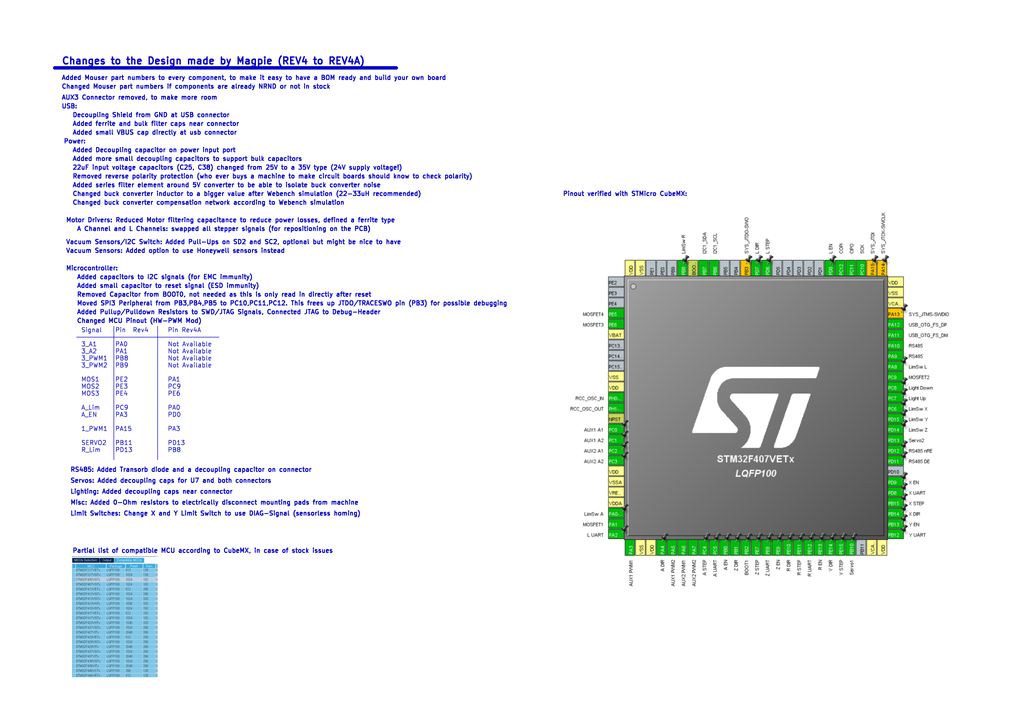
<source format=kicad_sch>
(kicad_sch (version 20211123) (generator eeschema)
  (paper "A4")
  (title_block (title "LumenPnP Motherboard") (date "2022-10-06") (rev "04A") (company "Opulo.io") (comment 1 "Reengineered by Magpie"))
  (lib_symbols)
  (polyline (pts (xy 15.875 19.685) (xy 114.935 19.685)) (stroke (width 1) (type solid)))
  (polyline (pts (xy 45.72 133.35) (xy 45.72 94.615)) (stroke (width 0) (type solid)))
  (polyline (pts (xy 22.225 97.79) (xy 63.5 97.79)) (stroke (width 0) (type solid)))
  (polyline (pts (xy 33.02 133.35) (xy 33.02 94.615)) (stroke (width 0) (type solid)))
  (image (at 33.02 179.07) (scale 0.547577))
  (image (at 220.345 116.205))
  (text "Added small capacitor to reset signal (ESD immunity)" (at 22.225 83.82 0) (effects (font (size 1.27 1.27) (thickness 0.254) bold) (justify left bottom)))
  (text "A Channel and L Channels: swapped all stepper signals (for repositioning on the PCB)\n" (at 22.225 67.31 0) (effects (font (size 1.27 1.27) bold) (justify left bottom)))
  (text "Added more small decoupling capacitors to support bulk capacitors" (at 20.955 46.99 0) (effects (font (size 1.27 1.27) (thickness 0.254) bold) (justify left bottom)))
  (text "Partial list of compatible MCU according to CubeMX, in case of stock issues" (at 20.955 160.655 0) (effects (font (size 1.27 1.27) (thickness 0.254) bold) (justify left bottom)))
  (text "Changed MCU Pinout (HW-PWM Mod)" (at 22.225 93.98 0) (effects (font (size 1.27 1.27) (thickness 0.254) bold) (justify left bottom)))
  (text "Power:" (at 18.415 41.91 0) (effects (font (size 1.27 1.27) bold) (justify left bottom)))
  (text "Added series filter element around 5V converter to be able to isolate buck converter noise" (at 20.955 54.61 0) (effects (font (size 1.27 1.27) (thickness 0.254) bold) (justify left bottom)))
  (text "Removed Capacitor from BOOT0, not needed as this is only read in directly after reset" (at 22.225 86.36 0) (effects (font (size 1.27 1.27) (thickness 0.254) bold) (justify left bottom)))
  (text "Added small VBUS cap directly at usb connector" (at 20.955 39.37 0) (effects (font (size 1.27 1.27) (thickness 0.254) bold) (justify left bottom)))
  (text "Added Decoupling capacitor on power input port" (at 20.955 44.45 0) (effects (font (size 1.27 1.27) (thickness 0.254) bold) (justify left bottom)))
  (text "USB:" (at 17.78 31.75 0) (effects (font (size 1.27 1.27) bold) (justify left bottom)))
  (text "Limit Switches: Change X and Y Limit Switch to use DIAG-Signal (sensorless homing)" (at 20.32 149.86 0) (effects (font (size 1.27 1.27) (thickness 0.254) bold) (justify left bottom)))
  (text "Pinout verified with STMicro CubeMX:" (at 163.195 57.15 0) (effects (font (size 1.27 1.27) (thickness 0.254) bold) (justify left bottom)))
  (text "Microcontroller:" (at 19.05 78.74 0) (effects (font (size 1.27 1.27) (thickness 0.254) bold) (justify left bottom)))
  (text "Changed Mouser part numbers if components are already NRND or not in stock" (at 17.78 26.035 0) (effects (font (size 1.27 1.27) bold) (justify left bottom)))
  (text "Added capacitors to I2C signals (for EMC immunity)" (at 22.225 81.28 0) (effects (font (size 1.27 1.27) (thickness 0.254) bold) (justify left bottom)))
  (text "Vacuum Sensors/I2C Switch: Added Pull-Ups on SD2 and SC2, optional but might be nice to have" (at 19.05 71.12 0) (effects (font (size 1.27 1.27) (thickness 0.254) bold) (justify left bottom)))
  (text "22uF input voltage capacitors (C25, C38) changed from 25V to a 35V type (24V supply voltage!)" (at 20.955 49.53 0) (effects (font (size 1.27 1.27) (thickness 0.254) bold) (justify left bottom)))
  (text "Added ferrite and bulk filter caps near connector" (at 20.955 36.83 0) (effects (font (size 1.27 1.27) (thickness 0.254) bold) (justify left bottom)))
  (text "Misc: Added 0-Ohm resistors to electrically disconnect mounting pads from machine" (at 20.32 146.685 0) (effects (font (size 1.27 1.27) (thickness 0.254) bold) (justify left bottom)))
  (text "Signal	Pin	Rev4	Pin Rev4A\n\n3_A1	PA0			Not Available\n3_A2	PA1			Not Available\n3_PWM1	PB8			Not Available\n3_PWM2	PB9			Not Available\n\nMOS1	PE2			PA1\nMOS2	PE3			PC9\nMOS3	PE4			PE6\n\nA_Lim	PC9			PA0\nA_EN	PA3			PD0\n\n1_PWM1	PA15		PA3\n\nSERVO2	PB11		PD13\nR_Lim	PD13		PB8" (at 23.495 131.445 0) (effects (font (size 1.27 1.27)) (justify left bottom)))
  (text "Moved SPI3 Peripheral from PB3,PB4,PB5 to PC10,PC11,PC12. This frees up JTDO/TRACESWO pin (PB3) for possible debugging" (at 22.225 88.9 0) (effects (font (size 1.27 1.27) (thickness 0.254) bold) (justify left bottom)))
  (text "Changes to the Design made by Magpie (REV4 to REV4A)" (at 17.78 19.05 0) (effects (font (size 2 2) (thickness 0.4) bold) (justify left bottom)))
  (text "Decoupling Shield from GND at USB connector" (at 20.955 34.29 0) (effects (font (size 1.27 1.27) (thickness 0.254) bold) (justify left bottom)))
  (text "Added Pullup/Pulldown Resistors to SWD/JTAG Signals, Connected JTAG to Debug-Header" (at 22.225 91.44 0) (effects (font (size 1.27 1.27) (thickness 0.254) bold) (justify left bottom)))
  (text "RS485: Added Transorb diode and a decoupling capacitor on connector" (at 20.32 137.16 0) (effects (font (size 1.27 1.27) bold) (justify left bottom)))
  (text "Added Mouser part numbers to every component, to make it easy to have a BOM ready and build your own board" (at 17.78 23.495 0) (effects (font (size 1.27 1.27) bold) (justify left bottom)))
  (text "Lighting: Added decoupling caps near connector" (at 20.32 143.51 0) (effects (font (size 1.27 1.27) (thickness 0.254) bold) (justify left bottom)))
  (text "Removed reverse polarity protection (who ever buys a machine to make circuit boards should know to check polarity)" (at 20.955 52.07 0) (effects (font (size 1.27 1.27) (thickness 0.254) bold) (justify left bottom)))
  (text "Changed buck converter inductor to a bigger value after Webench simulation (22-33uH recommended)" (at 20.955 57.15 0) (effects (font (size 1.27 1.27) (thickness 0.254) bold) (justify left bottom)))
  (text "Servos: Added decoupling caps for U7 and both connectors" (at 20.32 140.335 0) (effects (font (size 1.27 1.27) (thickness 0.254) bold) (justify left bottom)))
  (text "Vacuum Sensors: Added option to use Honeywell sensors instead" (at 19.05 73.66 0) (effects (font (size 1.27 1.27) (thickness 0.254) bold) (justify left bottom)))
  (text "Changed buck converter compensation network according to Webench simulation" (at 20.955 59.69 0) (effects (font (size 1.27 1.27) (thickness 0.254) bold) (justify left bottom)))
  (text "AUX3 Connector removed, to make more room" (at 17.78 29.21 0) (effects (font (size 1.27 1.27) bold) (justify left bottom)))
  (text "Motor Drivers: Reduced Motor filtering capacitance to reduce power losses, defined a ferrite type" (at 19.05 64.77 0) (effects (font (size 1.27 1.27) (thickness 0.254) bold) (justify left bottom)))
)
</source>
